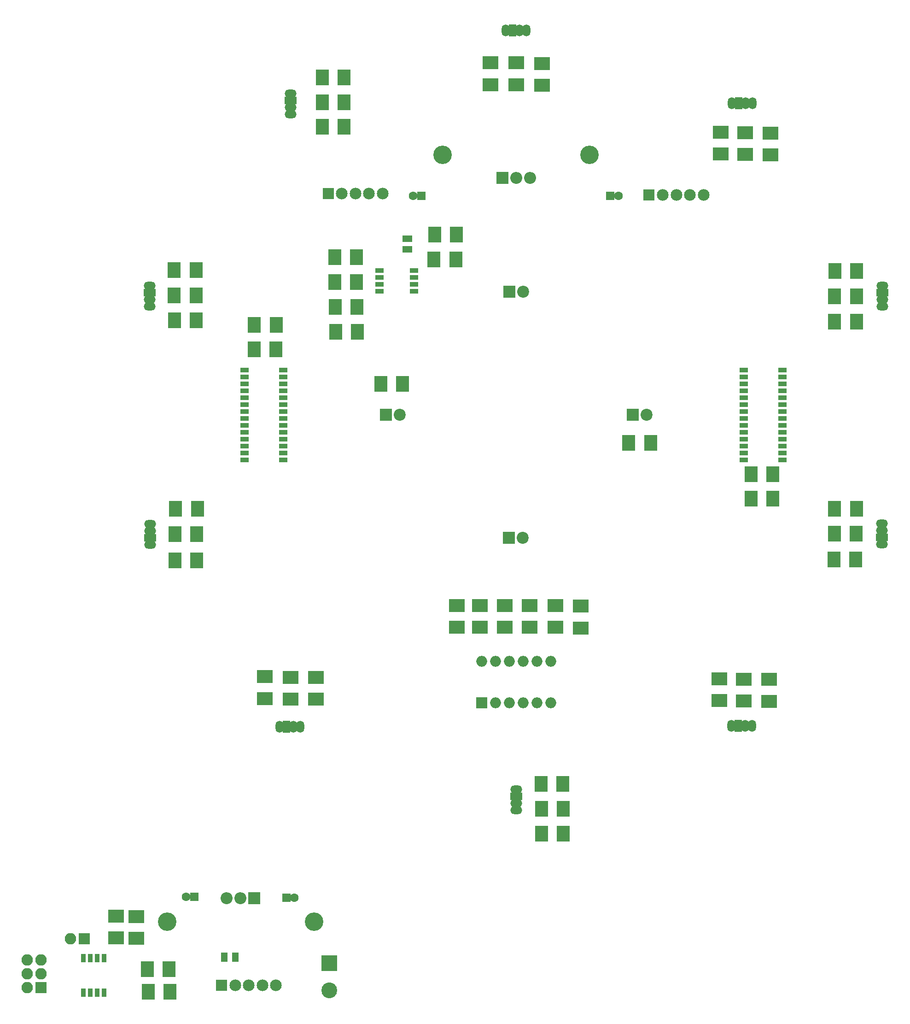
<source format=gts>
G04 #@! TF.FileFunction,Soldermask,Top*
%FSLAX46Y46*%
G04 Gerber Fmt 4.6, Leading zero omitted, Abs format (unit mm)*
G04 Created by KiCad (PCBNEW 4.0.7) date 02/24/18 14:33:00*
%MOMM*%
%LPD*%
G01*
G04 APERTURE LIST*
%ADD10C,0.100000*%
%ADD11C,3.400000*%
%ADD12R,1.600000X1.600000*%
%ADD13C,1.600000*%
%ADD14R,2.400000X2.900000*%
%ADD15R,2.900000X2.400000*%
%ADD16O,2.200000X1.470000*%
%ADD17R,2.200000X1.470000*%
%ADD18O,1.470000X2.200000*%
%ADD19R,1.470000X2.200000*%
%ADD20R,2.200000X2.200000*%
%ADD21C,2.200000*%
%ADD22R,2.150000X2.150000*%
%ADD23C,2.150000*%
%ADD24R,2.100000X2.100000*%
%ADD25O,2.100000X2.100000*%
%ADD26R,2.900000X2.900000*%
%ADD27C,2.900000*%
%ADD28R,2.000000X2.000000*%
%ADD29O,2.000000X2.000000*%
%ADD30O,2.200000X2.200000*%
%ADD31R,0.775000X1.200000*%
%ADD32R,0.700000X1.200000*%
%ADD33R,1.543000X0.908000*%
%ADD34R,1.200000X0.775000*%
%ADD35R,1.200000X0.700000*%
%ADD36R,0.908000X1.543000*%
G04 APERTURE END LIST*
D10*
D11*
X79514800Y-43230800D03*
X106514800Y-43230800D03*
D12*
X75590400Y-50698400D03*
D13*
X74090400Y-50698400D03*
D12*
X110286800Y-50749200D03*
D13*
X111786800Y-50749200D03*
D14*
X59671200Y-61976000D03*
X63671200Y-61976000D03*
X59671200Y-66598800D03*
X63671200Y-66598800D03*
X44888400Y-74472800D03*
X48888400Y-74472800D03*
X44837600Y-78943200D03*
X48837600Y-78943200D03*
X140226800Y-106324400D03*
X136226800Y-106324400D03*
X140226800Y-101904800D03*
X136226800Y-101904800D03*
D12*
X50749200Y-179679600D03*
D13*
X52249200Y-179679600D03*
D12*
X33832800Y-179527200D03*
D13*
X32332800Y-179527200D03*
D15*
X19456400Y-187064400D03*
X19456400Y-183064400D03*
X23215600Y-187166000D03*
X23215600Y-183166000D03*
D16*
X93014800Y-159766000D03*
D17*
X93014800Y-161036000D03*
D16*
X93014800Y-162306000D03*
X93014800Y-163576000D03*
D18*
X49530000Y-148285200D03*
D19*
X50800000Y-148285200D03*
D18*
X52070000Y-148285200D03*
X53340000Y-148285200D03*
D16*
X25704800Y-114808000D03*
D17*
X25704800Y-113538000D03*
D16*
X25704800Y-112268000D03*
X25704800Y-110998000D03*
X25654000Y-67259200D03*
D17*
X25654000Y-68529200D03*
D16*
X25654000Y-69799200D03*
X25654000Y-71069200D03*
X51511200Y-31902400D03*
D17*
X51511200Y-33172400D03*
D16*
X51511200Y-34442400D03*
X51511200Y-35712400D03*
D20*
X69037200Y-90932000D03*
D21*
X71577200Y-90932000D03*
D20*
X91744800Y-68326000D03*
D21*
X94284800Y-68326000D03*
D18*
X91084400Y-20320000D03*
D19*
X92354400Y-20320000D03*
D18*
X93624400Y-20320000D03*
X94894400Y-20320000D03*
X132638800Y-33731200D03*
D19*
X133908800Y-33731200D03*
D18*
X135178800Y-33731200D03*
X136448800Y-33731200D03*
D16*
X160324800Y-67259200D03*
D17*
X160324800Y-68529200D03*
D16*
X160324800Y-69799200D03*
X160324800Y-71069200D03*
X160223200Y-114757200D03*
D17*
X160223200Y-113487200D03*
D16*
X160223200Y-112217200D03*
X160223200Y-110947200D03*
D18*
X132588000Y-148132800D03*
D19*
X133858000Y-148132800D03*
D18*
X135128000Y-148132800D03*
X136398000Y-148132800D03*
D20*
X114452400Y-90982800D03*
D21*
X116992400Y-90982800D03*
D20*
X91694000Y-113588800D03*
D21*
X94234000Y-113588800D03*
D22*
X58470800Y-50292000D03*
D23*
X60970800Y-50292000D03*
X63470800Y-50292000D03*
X65970800Y-50292000D03*
X68470800Y-50292000D03*
D22*
X117449600Y-50596800D03*
D23*
X119949600Y-50596800D03*
X122449600Y-50596800D03*
X124949600Y-50596800D03*
X127449600Y-50596800D03*
D24*
X5689600Y-196189600D03*
D25*
X3149600Y-196189600D03*
X5689600Y-193649600D03*
X3149600Y-193649600D03*
X5689600Y-191109600D03*
X3149600Y-191109600D03*
D26*
X58674000Y-191668400D03*
D27*
X58674000Y-196668400D03*
D22*
X38862000Y-195783200D03*
D23*
X41362000Y-195783200D03*
X43862000Y-195783200D03*
X46362000Y-195783200D03*
X48862000Y-195783200D03*
D14*
X82010000Y-57810400D03*
X78010000Y-57810400D03*
X81908400Y-62382400D03*
X77908400Y-62382400D03*
X59772800Y-71170800D03*
X63772800Y-71170800D03*
X59823600Y-75692000D03*
X63823600Y-75692000D03*
D15*
X82092800Y-129965200D03*
X82092800Y-125965200D03*
X86360000Y-129965200D03*
X86360000Y-125965200D03*
X90881200Y-130016000D03*
X90881200Y-126016000D03*
X95453200Y-129965200D03*
X95453200Y-125965200D03*
X100228400Y-130016000D03*
X100228400Y-126016000D03*
X104902000Y-130117600D03*
X104902000Y-126117600D03*
D14*
X97618800Y-158800800D03*
X101618800Y-158800800D03*
X97669600Y-163322000D03*
X101669600Y-163322000D03*
X97669600Y-167894000D03*
X101669600Y-167894000D03*
D15*
X46837600Y-143071600D03*
X46837600Y-139071600D03*
X51562000Y-143173200D03*
X51562000Y-139173200D03*
X56235600Y-143224000D03*
X56235600Y-139224000D03*
D14*
X30308800Y-117703600D03*
X34308800Y-117703600D03*
X30308800Y-112877600D03*
X34308800Y-112877600D03*
X30410400Y-108204000D03*
X34410400Y-108204000D03*
X30156400Y-64363600D03*
X34156400Y-64363600D03*
X30156400Y-69037200D03*
X34156400Y-69037200D03*
X30207200Y-73558400D03*
X34207200Y-73558400D03*
X57385200Y-28956000D03*
X61385200Y-28956000D03*
X57385200Y-33528000D03*
X61385200Y-33528000D03*
X57385200Y-38049200D03*
X61385200Y-38049200D03*
X68154800Y-85293200D03*
X72154800Y-85293200D03*
D15*
X88290400Y-30295600D03*
X88290400Y-26295600D03*
X93014800Y-30295600D03*
X93014800Y-26295600D03*
X97790000Y-30397200D03*
X97790000Y-26397200D03*
X130657600Y-43046400D03*
X130657600Y-39046400D03*
X135128000Y-43148000D03*
X135128000Y-39148000D03*
X139801600Y-43198800D03*
X139801600Y-39198800D03*
D14*
X151619200Y-64516000D03*
X155619200Y-64516000D03*
X151568400Y-69189600D03*
X155568400Y-69189600D03*
X151568400Y-73863200D03*
X155568400Y-73863200D03*
X151466800Y-117551200D03*
X155466800Y-117551200D03*
X151517600Y-112826800D03*
X155517600Y-112826800D03*
X151568400Y-108254800D03*
X155568400Y-108254800D03*
D15*
X130352800Y-143427200D03*
X130352800Y-139427200D03*
X134874000Y-143528800D03*
X134874000Y-139528800D03*
X139496800Y-143579600D03*
X139496800Y-139579600D03*
D14*
X117722400Y-96113600D03*
X113722400Y-96113600D03*
X29381200Y-196951600D03*
X25381200Y-196951600D03*
X29228800Y-192836800D03*
X25228800Y-192836800D03*
D28*
X86664800Y-143865600D03*
D29*
X99364800Y-136245600D03*
X89204800Y-143865600D03*
X96824800Y-136245600D03*
X91744800Y-143865600D03*
X94284800Y-136245600D03*
X94284800Y-143865600D03*
X91744800Y-136245600D03*
X96824800Y-143865600D03*
X89204800Y-136245600D03*
X99364800Y-143865600D03*
X86664800Y-136245600D03*
D20*
X90474800Y-47447200D03*
D30*
X93014800Y-47447200D03*
X95554800Y-47447200D03*
D31*
X73537100Y-58588400D03*
X72462100Y-58588400D03*
D32*
X72999600Y-60588400D03*
X72999600Y-58588400D03*
D31*
X72462100Y-60588400D03*
X73537100Y-60588400D03*
D33*
X74256900Y-64477900D03*
X74256900Y-65747900D03*
X74256900Y-67017900D03*
X74256900Y-68287900D03*
X67906900Y-68287900D03*
X67906900Y-67017900D03*
X67906900Y-65747900D03*
X67906900Y-64477900D03*
X50190400Y-99237800D03*
X50190400Y-97967800D03*
X50190400Y-96697800D03*
X50190400Y-95427800D03*
X50190400Y-94157800D03*
X50190400Y-92887800D03*
X50190400Y-91617800D03*
X50190400Y-90347800D03*
X50190400Y-89077800D03*
X50190400Y-87807800D03*
X50190400Y-86537800D03*
X50190400Y-85267800D03*
X50190400Y-83997800D03*
X50190400Y-82727800D03*
X43078400Y-82727800D03*
X43078400Y-83997800D03*
X43078400Y-85267800D03*
X43078400Y-86537800D03*
X43078400Y-87807800D03*
X43078400Y-89077800D03*
X43078400Y-90347800D03*
X43078400Y-91617800D03*
X43078400Y-92887800D03*
X43078400Y-94157800D03*
X43078400Y-95427800D03*
X43078400Y-96697800D03*
X43078400Y-97967800D03*
X43078400Y-99237800D03*
X134874000Y-82727800D03*
X134874000Y-83997800D03*
X134874000Y-85267800D03*
X134874000Y-86537800D03*
X134874000Y-87807800D03*
X134874000Y-89077800D03*
X134874000Y-90347800D03*
X134874000Y-91617800D03*
X134874000Y-92887800D03*
X134874000Y-94157800D03*
X134874000Y-95427800D03*
X134874000Y-96697800D03*
X134874000Y-97967800D03*
X134874000Y-99237800D03*
X141986000Y-99237800D03*
X141986000Y-97967800D03*
X141986000Y-96697800D03*
X141986000Y-95427800D03*
X141986000Y-94157800D03*
X141986000Y-92887800D03*
X141986000Y-91617800D03*
X141986000Y-90347800D03*
X141986000Y-89077800D03*
X141986000Y-87807800D03*
X141986000Y-86537800D03*
X141986000Y-85267800D03*
X141986000Y-83997800D03*
X141986000Y-82727800D03*
D20*
X44856400Y-179781200D03*
D30*
X42316400Y-179781200D03*
X39776400Y-179781200D03*
D34*
X39386000Y-190064100D03*
X39386000Y-191139100D03*
D35*
X41386000Y-190601600D03*
X39386000Y-190601600D03*
D34*
X41386000Y-191139100D03*
X41386000Y-190064100D03*
D36*
X13436600Y-190779400D03*
X14706600Y-190779400D03*
X15976600Y-190779400D03*
X17246600Y-190779400D03*
X17246600Y-197129400D03*
X15976600Y-197129400D03*
X14706600Y-197129400D03*
X13436600Y-197129400D03*
D11*
X55816400Y-184048400D03*
X28816400Y-184048400D03*
D24*
X13614400Y-187198000D03*
D25*
X11074400Y-187198000D03*
M02*

</source>
